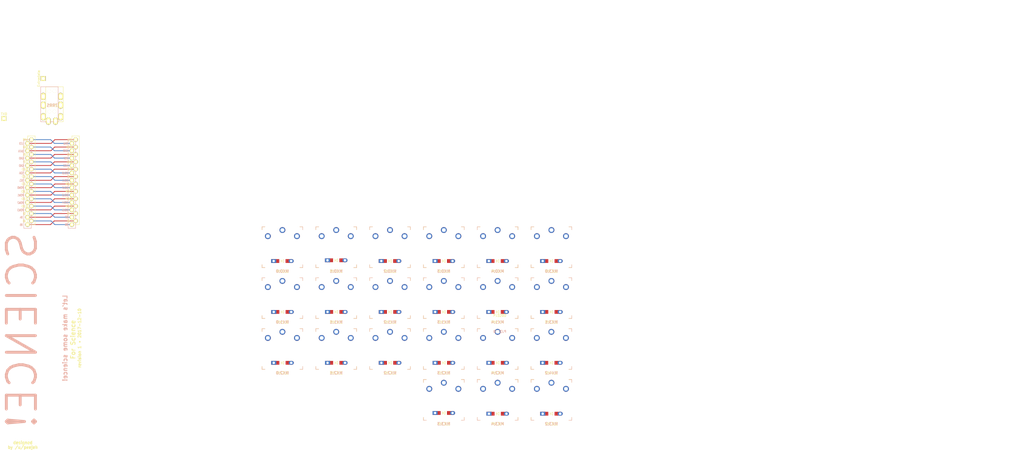
<source format=kicad_pcb>
(kicad_pcb (version 20210722) (generator pcbnew)
  (layers (0 "F.Cu" signal) (31 "B.Cu" signal) (34 "B.Paste" user) (35 "F.Paste" user) (36 "B.SilkS" user "B.Silkscreen") (37 "F.SilkS" user "F.Silkscreen") (38 "B.Mask" user) (39 "F.Mask" user) (44 "Edge.Cuts" user))
  (net 0 "")
  (net 1 "/Row0")
  (net 2 "Net-(D1-Pad1)")
  (net 3 "Net-(D2-Pad1)")
  (net 4 "Net-(D3-Pad1)")
  (net 5 "Net-(D4-Pad1)")
  (net 6 "Net-(D5-Pad1)")
  (net 7 "/Row1")
  (net 8 "Net-(D7-Pad1)")
  (net 9 "Net-(D8-Pad1)")
  (net 10 "Net-(D9-Pad1)")
  (net 11 "Net-(D10-Pad1)")
  (net 12 "Net-(D11-Pad1)")
  (net 13 "/Row2")
  (net 14 "Net-(D13-Pad1)")
  (net 15 "Net-(D14-Pad1)")
  (net 16 "Net-(D15-Pad1)")
  (net 17 "Net-(D16-Pad1)")
  (net 18 "Net-(D17-Pad1)")
  (net 19 "/Row3")
  (net 20 "Net-(D19-Pad1)")
  (net 21 "Net-(D20-Pad1)")
  (net 22 "Net-(D21-Pad1)")
  (net 23 "Net-(D22-Pad1)")
  (net 24 "Net-(D23-Pad1)")
  (net 25 "/Row4")
  (net 26 "Net-(D26-Pad1)")
  (net 27 "Net-(EXTRADATA1-Pad1)")
  (net 28 "GND")
  (net 29 "VCC")
  (net 30 "Net-(J1-Pad1)")
  (net 31 "/Col0")
  (net 32 "/Col1")
  (net 33 "/Col2")
  (net 34 "/Col3")
  (net 35 "/Col4")
  (net 36 "Net-(RESET1-Pad1)")
  (net 37 "Net-(TX0-Pad1)")
  (net 38 "Net-(U1-Pad2)")
  (net 39 "Net-(U1-Pad3)")
  (net 40 "Net-(U1-Pad5)")
  (net 41 "Net-(U1-Pad8)")
  (net 42 "Net-(U1-Pad13)")
  (net 43 "Net-(U1-Pad19)")
  (net 44 "Net-(U1-Pad20)")
  (net 45 "Net-(U1-Pad23)")
  (net 46 "Net-(U1-Pad24)")
  (footprint "kbd:D3_TH_SMD_v2" (layer "F.Cu") (at 90 58.75)
    (fp_text reference "D1" hide)
    (fp_text value "DIODE" hide)
  )
  (footprint "kbd:D3_TH_SMD_v2" (layer "F.Cu") (at 108.5 58.5)
    (fp_text reference "D2" hide)
    (fp_text value "DIODE" hide)
  )
  (footprint "kbd:D3_TH_SMD_v2" (layer "F.Cu") (at 127 58.75)
    (fp_text reference "D3" hide)
    (fp_text value "DIODE" hide)
  )
  (footprint "kbd:D3_TH_SMD_v2" (layer "F.Cu") (at 145.5 58.75)
    (fp_text reference "D4" hide)
    (fp_text value "DIODE" hide)
  )
  (footprint "kbd:D3_TH_SMD_v2" (layer "F.Cu") (at 164 58.75)
    (fp_text reference "D5" hide)
    (fp_text value "DIODE" hide)
  )
  (footprint "kbd:D3_TH_SMD_v2" (layer "F.Cu") (at 90.025 76.25)
    (fp_text reference "D7" hide)
    (fp_text value "DIODE" hide)
  )
  (footprint "kbd:D3_TH_SMD_v2" (layer "F.Cu") (at 108.525 76.25)
    (fp_text reference "D8" hide)
    (fp_text value "DIODE" hide)
  )
  (footprint "kbd:D3_TH_SMD_v2" (layer "F.Cu") (at 127.025 76.25)
    (fp_text reference "D9" hide)
    (fp_text value "DIODE" hide)
  )
  (footprint "kbd:D3_TH_SMD_v2" (layer "F.Cu") (at 145.525 76.25)
    (fp_text reference "D10" hide)
    (fp_text value "DIODE" hide)
  )
  (footprint "kbd:D3_TH_SMD_v2" (layer "F.Cu") (at 164 76.25)
    (fp_text reference "D11" hide)
    (fp_text value "DIODE" hide)
  )
  (footprint "kbd:D3_TH_SMD_v2" (layer "F.Cu") (at 90.025 93.75)
    (fp_text reference "D13" hide)
    (fp_text value "DIODE" hide)
  )
  (footprint "kbd:D3_TH_SMD_v2" (layer "F.Cu") (at 108.525 93.75)
    (fp_text reference "D14" hide)
    (fp_text value "DIODE" hide)
  )
  (footprint "kbd:D3_TH_SMD_v2" (layer "F.Cu") (at 127.025 93.75)
    (fp_text reference "D15" hide)
    (fp_text value "DIODE" hide)
  )
  (footprint "kbd:D3_TH_SMD_v2" (layer "F.Cu") (at 145.525 93.75)
    (fp_text reference "D16" hide)
    (fp_text value "DIODE" hide)
  )
  (footprint "kbd:D3_TH_SMD_v2" (layer "F.Cu") (at 164.025 93.75)
    (fp_text reference "D17" hide)
    (fp_text value "DIODE" hide)
  )
  (footprint "kbd:D3_TH_SMD_v2" (layer "F.Cu") (at 182.5 58.75)
    (fp_text reference "D19" hide)
    (fp_text value "DIODE" hide)
  )
  (footprint "kbd:D3_TH_SMD_v2" (layer "F.Cu") (at 182.5 76.25)
    (fp_text reference "D20" hide)
    (fp_text value "DIODE" hide)
  )
  (footprint "kbd:D3_TH_SMD_v2" (layer "F.Cu") (at 182.5 111.25)
    (fp_text reference "D21" hide)
    (fp_text value "DIODE" hide)
  )
  (footprint "kbd:D3_TH_SMD_v2" (layer "F.Cu") (at 145.5 111)
    (fp_text reference "D22" hide)
    (fp_text value "DIODE" hide)
  )
  (footprint "kbd:D3_TH_SMD_v2" (layer "F.Cu") (at 164.025 111.25)
    (fp_text reference "D23" hide)
    (fp_text value "DIODE" hide)
  )
  (footprint "kbd:D3_TH_SMD_v2" (layer "F.Cu") (at 182.475 93.75)
    (fp_text reference "D26" hide)
    (fp_text value "DIODE" hide)
  )
  (footprint "keyboard_parts:PIN_1_SQUARE" (layer "F.Cu") (at 7.75 -4 90)
    (fp_text reference "EXTRADATA1" hide)
    (fp_text value "Extradata")
  )
  (footprint "keyswitches:SW_PG1350_reversible_nohole" (layer "F.Cu") (at 90 54 180)
    (fp_text reference "MX0:0")
    (fp_text value "MX0:9")
  )
  (footprint "keyswitches:SW_PG1350_reversible_nohole" (layer "F.Cu") (at 108.5 54 180)
    (fp_text reference "MX0:1")
    (fp_text value "MX0:8")
  )
  (footprint "keyswitches:SW_PG1350_reversible_nohole" (layer "F.Cu") (at 127 54 180)
    (fp_text reference "MX0:2")
    (fp_text value "MX0:7")
  )
  (footprint "keyswitches:SW_PG1350_reversible_nohole" (layer "F.Cu") (at 145.5 54 180)
    (fp_text reference "MX0:3")
    (fp_text value "MX0:6")
  )
  (footprint "keyswitches:SW_PG1350_reversible_nohole" (layer "F.Cu") (at 164 54 180)
    (fp_text reference "MX0:4")
    (fp_text value "MX0:5")
  )
  (footprint "keyswitches:SW_PG1350_reversible_nohole" (layer "F.Cu") (at 90 71.5 180)
    (fp_text reference "MX1:0")
    (fp_text value "MX1:9")
  )
  (footprint "keyswitches:SW_PG1350_reversible_nohole" (layer "F.Cu") (at 108.5 71.5 180)
    (fp_text reference "MX1:1")
    (fp_text value "MX1:8")
  )
  (footprint "keyswitches:SW_PG1350_reversible_nohole" (layer "F.Cu") (at 127 71.5 180)
    (fp_text reference "MX1:2")
    (fp_text value "MX1:7")
  )
  (footprint "keyswitches:SW_PG1350_reversible_nohole" (layer "F.Cu") (at 145.5 71.5 180)
    (fp_text reference "MX1:3")
    (fp_text value "MX1:6")
  )
  (footprint "keyswitches:SW_PG1350_reversible_nohole" (layer "F.Cu") (at 164 71.5 180)
    (fp_text reference "MX1:4")
    (fp_text value "MX1:7")
  )
  (footprint "keyswitches:SW_PG1350_reversible_nohole" (layer "F.Cu") (at 90 89 180)
    (fp_text reference "MX2:0")
    (fp_text value "MX2:9")
  )
  (footprint "keyswitches:SW_PG1350_reversible_nohole" (layer "F.Cu") (at 108.5 89 180)
    (fp_text reference "MX2:1")
    (fp_text value "MX2:8")
  )
  (footprint "keyswitches:SW_PG1350_reversible_nohole" (layer "F.Cu") (at 127 89 180)
    (fp_text reference "MX2:2")
    (fp_text value "MX2:7")
  )
  (footprint "keyswitches:SW_PG1350_reversible_nohole" (layer "F.Cu") (at 145.5 89 180)
    (fp_text reference "MX2:3")
    (fp_text value "MX2:6")
  )
  (footprint "keyswitches:SW_PG1350_reversible_nohole" (layer "F.Cu") (at 164 89 180)
    (fp_text reference "MX2:4")
    (fp_text value "MX2:5")
  )
  (footprint "keyswitches:SW_PG1350_reversible_nohole" (layer "F.Cu") (at 182.5 54 180)
    (fp_text reference "MX3:0")
    (fp_text value "MX3:9")
  )
  (footprint "keyswitches:SW_PG1350_reversible_nohole" (layer "F.Cu") (at 182.5 71.5 180)
    (fp_text reference "MX3:1")
    (fp_text value "MX3:8")
  )
  (footprint "keyswitches:SW_PG1350_reversible_nohole" (layer "F.Cu") (at 182.5 106.5 180)
    (fp_text reference "MX3:2")
    (fp_text value "MX3:7")
  )
  (footprint "keyswitches:SW_PG1350_reversible_nohole" (layer "F.Cu") (at 145.5 106.5 180)
    (fp_text reference "MX3:3")
    (fp_text value "MX3:6")
  )
  (footprint "keyswitches:SW_PG1350_reversible_nohole" (layer "F.Cu") (at 164 106.5 180)
    (fp_text reference "MX3:4")
    (fp_text value "MX3:5")
  )
  (footprint "keyswitches:SW_PG1350_reversible_nohole" (layer "F.Cu") (at 182.475 89 180)
    (fp_text reference "MX4:2")
    (fp_text value "MX4:7")
  )
  (footprint "keyboard_parts:PIN_1_SQUARE" (layer "F.Cu") (at -5.75 9.75)
    (fp_text reference "TX0")
    (fp_text value "TX0" hide)
  )
  (footprint "kbd:ProMicro_v2" (layer "F.Cu") (at 11.25 31.5)
    (fp_text reference "U1" hide)
    (fp_text value "ProMicro" hide)
  )
  (footprint "Mounting_Holes:MountingHole_8.4mm_M8" (layer "F.Cu") (at 320.5 84)
    (fp_text reference "M8" hide)
    (fp_text value "MountingHole_8.4mm_M8" hide)
  )
  (footprint "Mounting_Holes:MountingHole_8.4mm_M8" (layer "F.Cu") (at 320.5 27)
    (fp_text reference "M8" hide)
    (fp_text value "MountingHole_8.4mm_M8" hide)
  )
  (footprint "Mounting_Holes:MountingHole_8.4mm_M8" (layer "F.Cu") (at 263.5 27)
    (fp_text reference "M8" hide)
    (fp_text value "MountingHole_8.4mm_M8" hide)
  )
  (footprint "Mounting_Holes:MountingHole_8.4mm_M8" (layer "F.Cu") (at 263.5 65)
    (fp_text reference "M8" hide)
    (fp_text value "MountingHole_8.4mm_M8" hide)
  )
  (footprint "kbd:MJ-4PP-9" (layer "F.Cu") (at 11.625 -1.15)
    (fp_text reference "J*")
    (fp_text value "MJ-4PP-9" hide)
  )
  (gr_text "PJ320D" (at 164.75 83) (layer "B.SilkS") (effects (font (size 0.8 0.8)) (justify mirror)))
  (gr_text "Let's make some science!" (at 15.25 85.25 90) (layer "B.SilkS") (effects (font (size 1.5 1.5) (thickness 0.3)) (justify mirror)))
  (gr_text "SCIENCE!" (at 0.5 82.5 90) (layer "B.SilkS") (effects (font (size 10 10) (thickness 1)) (justify mirror)))
  (gr_text "designed\nby /u/peejeh" (at 0.75 122) (layer "F.SilkS") (effects (font (size 1 1) (thickness 0.25))))
  (gr_text "For Science" (at 18 85.75 90) (layer "F.SilkS") (effects (font (size 1.5 1.5) (thickness 0.3))))
  (gr_text "PJ320D" (at 164.75 77.5) (layer "F.SilkS") (effects (font (size 0.8 0.8))))
  (gr_text "revision 1 • 2017-12-10" (at 20.25 85.25 90) (layer "F.SilkS") (effects (font (size 1 1) (thickness 0.25))))
  (segment (start 10.468 33.532) (end 11.738 32.262) (width 0.25) (layer "F.Cu") (net 1))
  (segment (start 2.36 33.532) (end 10.468 33.532) (width 0.25) (layer "F.Cu") (net 1))
  (segment (start 11.738 32.262) (end 18.9064 32.262) (width 0.25) (layer "F.Cu") (net 1))
  (segment (start 10.388 38.612) (end 11.658 37.342) (width 0.25) (layer "F.Cu") (net 7))
  (segment (start 2.36 38.612) (end 10.388 38.612) (width 0.25) (layer "F.Cu") (net 7))
  (segment (start 11.658 37.342) (end 18.9064 37.342) (width 0.25) (layer "F.Cu") (net 7))
  (segment (start 10.348 41.152) (end 11.618 39.882) (width 0.25) (layer "F.Cu") (net 13))
  (segment (start 11.618 39.882) (end 18.9064 39.882) (width 0.25) (layer "F.Cu") (net 13))
  (segment (start 2.36 41.152) (end 10.348 41.152) (width 0.25) (layer "F.Cu") (net 13))
  (segment (start 2.36 43.692) (end 10.308 43.692) (width 0.25) (layer "F.Cu") (net 19))
  (segment (start 11.578 42.422) (end 18.9064 42.422) (width 0.25) (layer "F.Cu") (net 19))
  (segment (start 10.308 43.692) (end 11.578 42.422) (width 0.25) (layer "F.Cu") (net 19))
  (segment (start 11.538 44.962) (end 18.9064 44.962) (width 0.25) (layer "F.Cu") (net 25))
  (segment (start 2.36 46.232) (end 10.268 46.232) (width 0.25) (layer "F.Cu") (net 25))
  (segment (start 10.268 46.232) (end 11.538 44.962) (width 0.25) (layer "F.Cu") (net 25))
  (segment (start 11.608 24.642) (end 18.9064 24.642) (width 0.25) (layer "F.Cu") (net 28))
  (segment (start 10.338 25.912) (end 11.608 24.642) (width 0.25) (layer "F.Cu") (net 28))
  (segment (start 2.36 25.912) (end 10.338 25.912) (width 0.25) (layer "F.Cu") (net 28))
  (segment (start 10.392 24.642) (end 11.662 25.912) (width 0.25) (layer "B.Cu") (net 29))
  (segment (start 11.662 25.912) (end 17.6 25.912) (width 0.25) (layer "B.Cu") (net 29))
  (segment (start 3.6864 24.642) (end 10.392 24.642) (width 0.25) (layer "B.Cu") (net 29))
  (segment (start 2.36 30.992) (end 10.383 30.992) (width 0.25) (layer "F.Cu") (net 30))
  (segment (start 11.653 29.722) (end 18.9064 29.722) (width 0.25) (layer "F.Cu") (net 30))
  (segment (start 10.383 30.992) (end 11.653 29.722) (width 0.25) (layer "F.Cu") (net 30))
  (segment (start 3.6864 32.262) (end 10.512 32.262) (width 0.25) (layer "B.Cu") (net 31))
  (segment (start 11.782 33.532) (end 17.6 33.532) (width 0.25) (layer "B.Cu") (net 31))
  (segment (start 10.512 32.262) (end 11.782 33.532) (width 0.25) (layer "B.Cu") (net 31))
  (segment (start 11.572 36.072) (end 17.6 36.072) (width 0.25) (layer "B.Cu") (net 32))
  (segment (start 3.6864 34.802) (end 10.302 34.802) (width 0.25) (layer "B.Cu") (net 32))
  (segment (start 10.302 34.802) (end 11.572 36.072) (width 0.25) (layer "B.Cu") (net 32))
  (segment (start 3.6864 37.342) (end 10.336 37.342) (width 0.25) (layer "B.Cu") (net 33))
  (segment (start 10.336 37.342) (end 11.606 38.612) (width 0.25) (layer "B.Cu") (net 33))
  (segment (start 11.606 38.612) (end 17.6 38.612) (width 0.25) (layer "B.Cu") (net 33))
  (segment (start 11.652 41.152) (end 17.6 41.152) (width 0.25) (layer "B.Cu") (net 34))
  (segment (start 3.6864 39.882) (end 10.382 39.882) (width 0.25) (layer "B.Cu") (net 34))
  (segment (start 10.382 39.882) (end 11.652 41.152) (width 0.25) (layer "B.Cu") (net 34))
  (segment (start 10.422 42.422) (end 11.692 43.692) (width 0.25) (layer "B.Cu") (net 35))
  (segment (start 3.6864 42.422) (end 10.422 42.422) (width 0.25) (layer "B.Cu") (net 35))
  (segment (start 11.692 43.692) (end 17.6 43.692) (width 0.25) (layer "B.Cu") (net 35))
  (segment (start 10.352 22.102) (end 11.622 23.372) (width 0.25) (layer "B.Cu") (net 36))
  (segment (start 11.622 23.372) (end 17.6 23.372) (width 0.25) (layer "B.Cu") (net 36))
  (segment (start 3.6864 22.102) (end 10.352 22.102) (width 0.25) (layer "B.Cu") (net 36))
  (segment (start 10.479 18.292) (end 11.749 17.022) (width 0.25) (layer "F.Cu") (net 37))
  (segment (start 11.749 17.022) (end 18.9064 17.022) (width 0.25) (layer "F.Cu") (net 37))
  (segment (start 2.36 18.292) (end 10.479 18.292) (width 0.25) (layer "F.Cu") (net 37))
  (segment (start 2.36 20.832) (end 10.418 20.832) (width 0.25) (layer "F.Cu") (net 38))
  (segment (start 10.418 20.832) (end 11.688 19.562) (width 0.25) (layer "F.Cu") (net 38))
  (segment (start 11.688 19.562) (end 18.9064 19.562) (width 0.25) (layer "F.Cu") (net 38))
  (segment (start 10.378 23.372) (end 11.648 22.102) (width 0.25) (layer "F.Cu") (net 39))
  (segment (start 11.648 22.102) (end 18.9064 22.102) (width 0.25) (layer "F.Cu") (net 39))
  (segment (start 2.36 23.372) (end 10.378 23.372) (width 0.25) (layer "F.Cu") (net 39))
  (segment (start 11.568 27.182) (end 18.9064 27.182) (width 0.25) (layer "F.Cu") (net 40))
  (segment (start 2.36 28.452) (end 10.298 28.452) (width 0.25) (layer "F.Cu") (net 40))
  (segment (start 10.298 28.452) (end 11.568 27.182) (width 0.25) (layer "F.Cu") (net 40))
  (segment (start 2.36 36.072) (end 10.428 36.072) (width 0.25) (layer "F.Cu") (net 41))
  (segment (start 11.698 34.802) (end 18.9064 34.802) (width 0.25) (layer "F.Cu") (net 41))
  (segment (start 10.428 36.072) (end 11.698 34.802) (width 0.25) (layer "F.Cu") (net 41))
  (segment (start 10.462 44.962) (end 11.732 46.232) (width 0.25) (layer "B.Cu") (net 42))
  (segment (start 11.732 46.232) (end 17.6 46.232) (width 0.25) (layer "B.Cu") (net 42))
  (segment (start 3.6864 44.962) (end 10.462 44.962) (width 0.25) (layer "B.Cu") (net 42))
  (segment (start 3.6864 29.722) (end 10.472 29.722) (width 0.25) (layer "B.Cu") (net 43))
  (segment (start 10.472 29.722) (end 11.742 30.992) (width 0.25) (layer "B.Cu") (net 43))
  (segment (start 11.742 30.992) (end 17.6 30.992) (width 0.25) (layer "B.Cu") (net 43))
  (segment (start 11.651 28.452) (end 17.6 28.452) (width 0.25) (layer "B.Cu") (net 44))
  (segment (start 10.381 27.182) (end 11.651 28.452) (width 0.25) (layer "B.Cu") (net 44))
  (segment (start 3.6864 27.182) (end 10.381 27.182) (width 0.25) (layer "B.Cu") (net 44))
  (segment (start 3.6864 19.562) (end 10.312 19.562) (width 0.25) (layer "B.Cu") (net 45))
  (segment (start 11.582 20.832) (end 17.6 20.832) (width 0.25) (layer "B.Cu") (net 45))
  (segment (start 10.312 19.562) (end 11.582 20.832) (width 0.25) (layer "B.Cu") (net 45))
  (segment (start 10.301 17.022) (end 11.571 18.292) (width 0.25) (layer "B.Cu") (net 46))
  (segment (start 11.571 18.292) (end 17.6 18.292) (width 0.25) (layer "B.Cu") (net 46))
  (segment (start 3.6864 17.022) (end 10.301 17.022) (width 0.25) (layer "B.Cu") (net 46))
)
</source>
